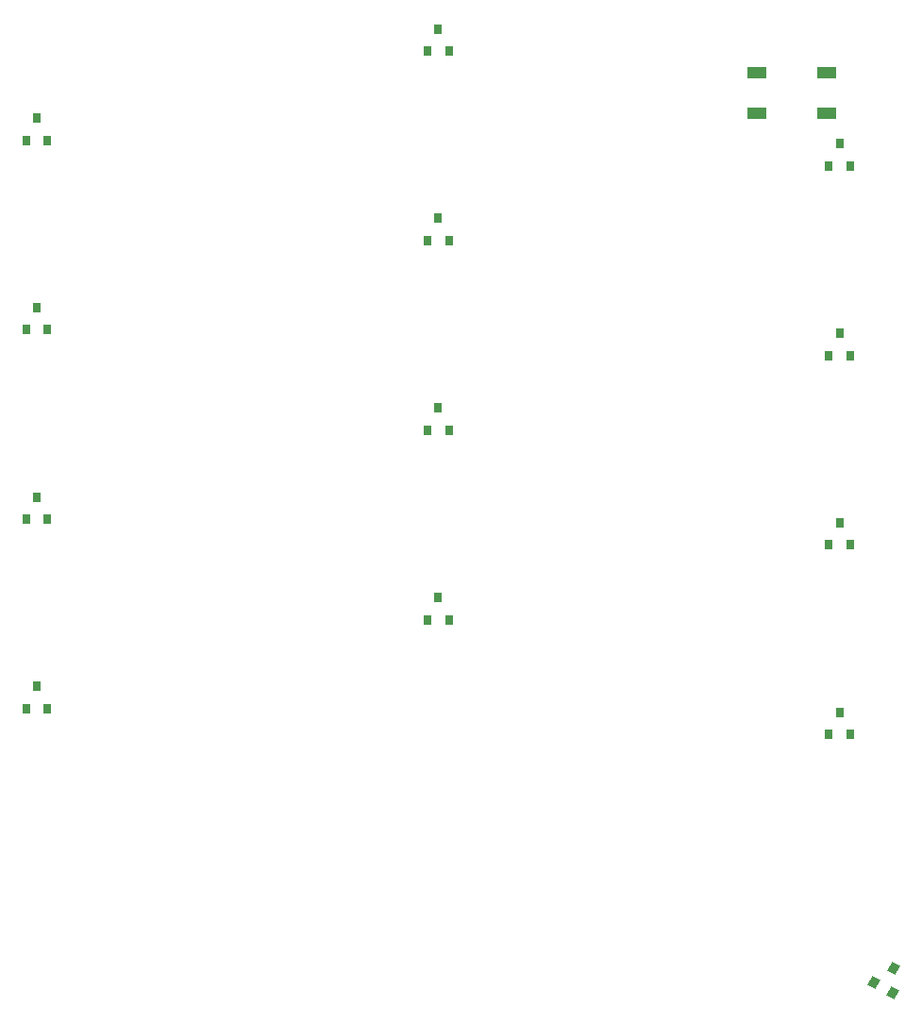
<source format=gbr>
%TF.GenerationSoftware,KiCad,Pcbnew,7.0.6*%
%TF.CreationDate,2023-11-22T22:17:55+08:00*%
%TF.ProjectId,handfull,68616e64-6675-46c6-9c2e-6b696361645f,rev?*%
%TF.SameCoordinates,Original*%
%TF.FileFunction,Paste,Bot*%
%TF.FilePolarity,Positive*%
%FSLAX46Y46*%
G04 Gerber Fmt 4.6, Leading zero omitted, Abs format (unit mm)*
G04 Created by KiCad (PCBNEW 7.0.6) date 2023-11-22 22:17:55*
%MOMM*%
%LPD*%
G01*
G04 APERTURE LIST*
G04 Aperture macros list*
%AMRotRect*
0 Rectangle, with rotation*
0 The origin of the aperture is its center*
0 $1 length*
0 $2 width*
0 $3 Rotation angle, in degrees counterclockwise*
0 Add horizontal line*
21,1,$1,$2,0,0,$3*%
G04 Aperture macros list end*
%ADD10R,1.800000X1.100000*%
%ADD11R,0.800000X0.900000*%
%ADD12RotRect,0.900000X0.800000X61.801000*%
G04 APERTURE END LIST*
D10*
%TO.C,SW2*%
X174810000Y-48210000D03*
X168610000Y-48210000D03*
X174810000Y-51910000D03*
X168610000Y-51910000D03*
%TD*%
D11*
%TO.C,D4*%
X103050000Y-105300000D03*
X104950000Y-105300000D03*
X104000000Y-103300000D03*
%TD*%
%TO.C,D10*%
X175050000Y-56600000D03*
X176950000Y-56600000D03*
X176000000Y-54600000D03*
%TD*%
D12*
%TO.C,D14*%
X179057500Y-129884684D03*
X180731992Y-130782501D03*
X180839816Y-128570969D03*
%TD*%
D11*
%TO.C,D1*%
X103050000Y-54300000D03*
X104950000Y-54300000D03*
X104000000Y-52300000D03*
%TD*%
%TO.C,D5*%
X139050000Y-97300000D03*
X140950000Y-97300000D03*
X140000000Y-95300000D03*
%TD*%
%TO.C,D6*%
X139050000Y-46300000D03*
X140950000Y-46300000D03*
X140000000Y-44300000D03*
%TD*%
%TO.C,D8*%
X139050000Y-80300000D03*
X140950000Y-80300000D03*
X140000000Y-78300000D03*
%TD*%
%TO.C,D11*%
X175050000Y-73600000D03*
X176950000Y-73600000D03*
X176000000Y-71600000D03*
%TD*%
%TO.C,D9*%
X175050000Y-107600000D03*
X176950000Y-107600000D03*
X176000000Y-105600000D03*
%TD*%
%TO.C,D2*%
X103050000Y-71300000D03*
X104950000Y-71300000D03*
X104000000Y-69300000D03*
%TD*%
%TO.C,D3*%
X103050000Y-88300000D03*
X104950000Y-88300000D03*
X104000000Y-86300000D03*
%TD*%
%TO.C,D7*%
X139050000Y-63300000D03*
X140950000Y-63300000D03*
X140000000Y-61300000D03*
%TD*%
%TO.C,D12*%
X175050000Y-90600000D03*
X176950000Y-90600000D03*
X176000000Y-88600000D03*
%TD*%
M02*

</source>
